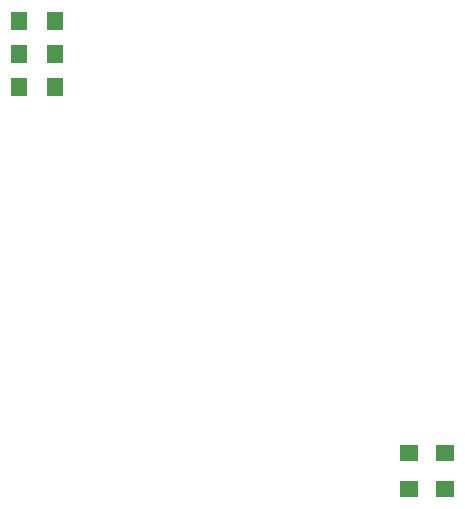
<source format=gbr>
G04 EAGLE Gerber RS-274X export*
G75*
%MOMM*%
%FSLAX34Y34*%
%LPD*%
%INSolderpaste Bottom*%
%IPPOS*%
%AMOC8*
5,1,8,0,0,1.08239X$1,22.5*%
G01*
%ADD10R,1.400000X1.600000*%
%ADD11R,1.600000X1.400000*%


D10*
X168340Y805180D03*
X198340Y805180D03*
X168340Y777240D03*
X198340Y777240D03*
X168340Y749300D03*
X198340Y749300D03*
D11*
X497840Y409640D03*
X497840Y439640D03*
X528320Y409640D03*
X528320Y439640D03*
M02*

</source>
